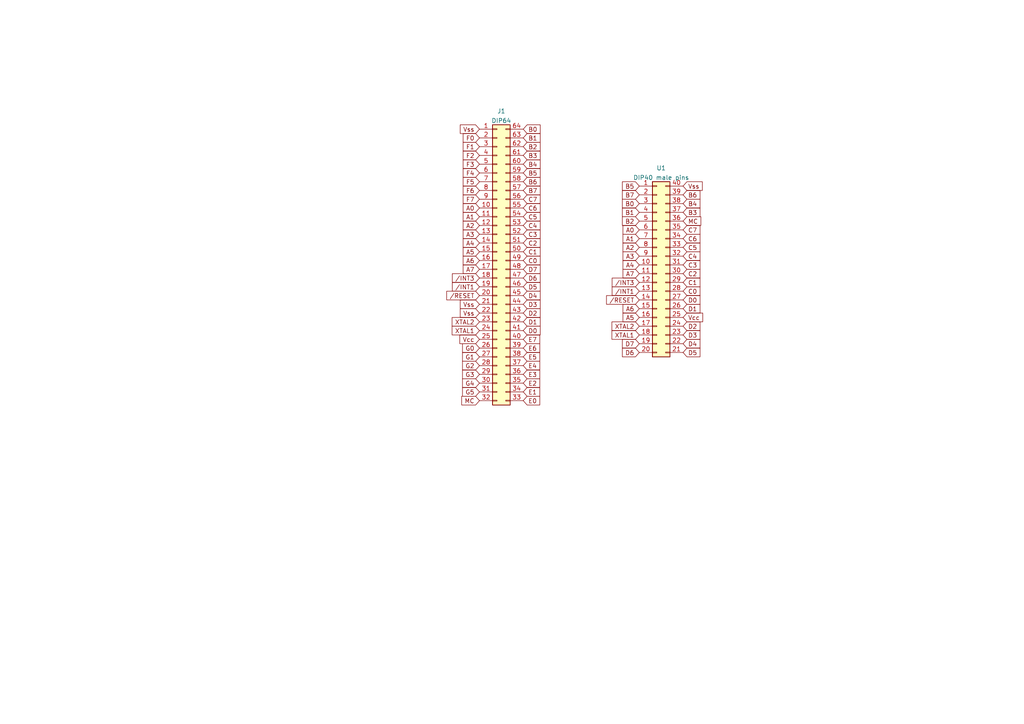
<source format=kicad_sch>
(kicad_sch (version 20211123) (generator eeschema)
  (paper "A4")
  (lib_symbols
    (symbol "Connector_Generic:Conn_02x20_Counter_Clockwise" (pin_names (offset 1.016) hide)
      (property "Reference" "J" (at 1.27 25.4 0))
      (property "Value" "Conn_02x20_Counter_Clockwise" (at 1.27 -27.94 0))
      (symbol "Conn_02x20_Counter_Clockwise_1_1"
        (rectangle (start -1.27 -25.273) (end 0 -25.527) (stroke (width 0.1524)))
        (rectangle (start -1.27 -22.733) (end 0 -22.987) (stroke (width 0.1524)))
        (rectangle (start -1.27 -20.193) (end 0 -20.447) (stroke (width 0.1524)))
        (rectangle (start -1.27 -17.653) (end 0 -17.907) (stroke (width 0.1524)))
        (rectangle (start -1.27 -15.113) (end 0 -15.367) (stroke (width 0.1524)))
        (rectangle (start -1.27 -12.573) (end 0 -12.827) (stroke (width 0.1524)))
        (rectangle (start -1.27 -10.033) (end 0 -10.287) (stroke (width 0.1524)))
        (rectangle (start -1.27 -7.493) (end 0 -7.747) (stroke (width 0.1524)))
        (rectangle (start -1.27 -4.953) (end 0 -5.207) (stroke (width 0.1524)))
        (rectangle (start -1.27 -2.413) (end 0 -2.667) (stroke (width 0.1524)))
        (rectangle (start -1.27 0.127) (end 0 -0.127) (stroke (width 0.1524)))
        (rectangle (start -1.27 2.667) (end 0 2.413) (stroke (width 0.1524)))
        (rectangle (start -1.27 5.207) (end 0 4.953) (stroke (width 0.1524)))
        (rectangle (start -1.27 7.747) (end 0 7.493) (stroke (width 0.1524)))
        (rectangle (start -1.27 10.287) (end 0 10.033) (stroke (width 0.1524)))
        (rectangle (start -1.27 12.827) (end 0 12.573) (stroke (width 0.1524)))
        (rectangle (start -1.27 15.367) (end 0 15.113) (stroke (width 0.1524)))
        (rectangle (start -1.27 17.907) (end 0 17.653) (stroke (width 0.1524)))
        (rectangle (start -1.27 20.447) (end 0 20.193) (stroke (width 0.1524)))
        (rectangle (start -1.27 22.987) (end 0 22.733) (stroke (width 0.1524)))
        (rectangle (start -1.27 24.13) (end 3.81 -26.67) (stroke (width 0.254)) (fill (type background)))
        (rectangle (start 3.81 -25.273) (end 2.54 -25.527) (stroke (width 0.1524)))
        (rectangle (start 3.81 -22.733) (end 2.54 -22.987) (stroke (width 0.1524)))
        (rectangle (start 3.81 -20.193) (end 2.54 -20.447) (stroke (width 0.1524)))
        (rectangle (start 3.81 -17.653) (end 2.54 -17.907) (stroke (width 0.1524)))
        (rectangle (start 3.81 -15.113) (end 2.54 -15.367) (stroke (width 0.1524)))
        (rectangle (start 3.81 -12.573) (end 2.54 -12.827) (stroke (width 0.1524)))
        (rectangle (start 3.81 -10.033) (end 2.54 -10.287) (stroke (width 0.1524)))
        (rectangle (start 3.81 -7.493) (end 2.54 -7.747) (stroke (width 0.1524)))
        (rectangle (start 3.81 -4.953) (end 2.54 -5.207) (stroke (width 0.1524)))
        (rectangle (start 3.81 -2.413) (end 2.54 -2.667) (stroke (width 0.1524)))
        (rectangle (start 3.81 0.127) (end 2.54 -0.127) (stroke (width 0.1524)))
        (rectangle (start 3.81 2.667) (end 2.54 2.413) (stroke (width 0.1524)))
        (rectangle (start 3.81 5.207) (end 2.54 4.953) (stroke (width 0.1524)))
        (rectangle (start 3.81 7.747) (end 2.54 7.493) (stroke (width 0.1524)))
        (rectangle (start 3.81 10.287) (end 2.54 10.033) (stroke (width 0.1524)))
        (rectangle (start 3.81 12.827) (end 2.54 12.573) (stroke (width 0.1524)))
        (rectangle (start 3.81 15.367) (end 2.54 15.113) (stroke (width 0.1524)))
        (rectangle (start 3.81 17.907) (end 2.54 17.653) (stroke (width 0.1524)))
        (rectangle (start 3.81 20.447) (end 2.54 20.193) (stroke (width 0.1524)))
        (rectangle (start 3.81 22.987) (end 2.54 22.733) (stroke (width 0.1524)))
        (pin passive line (at -5.08 22.86 0) (length 3.81) (name "Pin_1") (number "1"))
        (pin passive line (at -5.08 0 0) (length 3.81) (name "Pin_10") (number "10"))
        (pin passive line (at -5.08 -2.54 0) (length 3.81) (name "Pin_11") (number "11"))
        (pin passive line (at -5.08 -5.08 0) (length 3.81) (name "Pin_12") (number "12"))
        (pin passive line (at -5.08 -7.62 0) (length 3.81) (name "Pin_13") (number "13"))
        (pin passive line (at -5.08 -10.16 0) (length 3.81) (name "Pin_14") (number "14"))
        (pin passive line (at -5.08 -12.7 0) (length 3.81) (name "Pin_15") (number "15"))
        (pin passive line (at -5.08 -15.24 0) (length 3.81) (name "Pin_16") (number "16"))
        (pin passive line (at -5.08 -17.78 0) (length 3.81) (name "Pin_17") (number "17"))
        (pin passive line (at -5.08 -20.32 0) (length 3.81) (name "Pin_18") (number "18"))
        (pin passive line (at -5.08 -22.86 0) (length 3.81) (name "Pin_19") (number "19"))
        (pin passive line (at -5.08 20.32 0) (length 3.81) (name "Pin_2") (number "2"))
        (pin passive line (at -5.08 -25.4 0) (length 3.81) (name "Pin_20") (number "20"))
        (pin passive line (at 7.62 -25.4 180) (length 3.81) (name "Pin_21") (number "21"))
        (pin passive line (at 7.62 -22.86 180) (length 3.81) (name "Pin_22") (number "22"))
        (pin passive line (at 7.62 -20.32 180) (length 3.81) (name "Pin_23") (number "23"))
        (pin passive line (at 7.62 -17.78 180) (length 3.81) (name "Pin_24") (number "24"))
        (pin passive line (at 7.62 -15.24 180) (length 3.81) (name "Pin_25") (number "25"))
        (pin passive line (at 7.62 -12.7 180) (length 3.81) (name "Pin_26") (number "26"))
        (pin passive line (at 7.62 -10.16 180) (length 3.81) (name "Pin_27") (number "27"))
        (pin passive line (at 7.62 -7.62 180) (length 3.81) (name "Pin_28") (number "28"))
        (pin passive line (at 7.62 -5.08 180) (length 3.81) (name "Pin_29") (number "29"))
        (pin passive line (at -5.08 17.78 0) (length 3.81) (name "Pin_3") (number "3"))
        (pin passive line (at 7.62 -2.54 180) (length 3.81) (name "Pin_30") (number "30"))
        (pin passive line (at 7.62 0 180) (length 3.81) (name "Pin_31") (number "31"))
        (pin passive line (at 7.62 2.54 180) (length 3.81) (name "Pin_32") (number "32"))
        (pin passive line (at 7.62 5.08 180) (length 3.81) (name "Pin_33") (number "33"))
        (pin passive line (at 7.62 7.62 180) (length 3.81) (name "Pin_34") (number "34"))
        (pin passive line (at 7.62 10.16 180) (length 3.81) (name "Pin_35") (number "35"))
        (pin passive line (at 7.62 12.7 180) (length 3.81) (name "Pin_36") (number "36"))
        (pin passive line (at 7.62 15.24 180) (length 3.81) (name "Pin_37") (number "37"))
        (pin passive line (at 7.62 17.78 180) (length 3.81) (name "Pin_38") (number "38"))
        (pin passive line (at 7.62 20.32 180) (length 3.81) (name "Pin_39") (number "39"))
        (pin passive line (at -5.08 15.24 0) (length 3.81) (name "Pin_4") (number "4"))
        (pin passive line (at 7.62 22.86 180) (length 3.81) (name "Pin_40") (number "40"))
        (pin passive line (at -5.08 12.7 0) (length 3.81) (name "Pin_5") (number "5"))
        (pin passive line (at -5.08 10.16 0) (length 3.81) (name "Pin_6") (number "6"))
        (pin passive line (at -5.08 7.62 0) (length 3.81) (name "Pin_7") (number "7"))
        (pin passive line (at -5.08 5.08 0) (length 3.81) (name "Pin_8") (number "8"))
        (pin passive line (at -5.08 2.54 0) (length 3.81) (name "Pin_9") (number "9"))
      )
    )
    (symbol "Connector_Generic:Conn_02x32_Counter_Clockwise" (pin_names (offset 1.016) hide)
      (property "Reference" "J" (at 1.27 40.64 0))
      (property "Value" "Conn_02x32_Counter_Clockwise" (at 1.27 -43.18 0))
      (symbol "Conn_02x32_Counter_Clockwise_1_1"
        (rectangle (start -1.27 -40.513) (end 0 -40.767) (stroke (width 0.1524)))
        (rectangle (start -1.27 -37.973) (end 0 -38.227) (stroke (width 0.1524)))
        (rectangle (start -1.27 -35.433) (end 0 -35.687) (stroke (width 0.1524)))
        (rectangle (start -1.27 -32.893) (end 0 -33.147) (stroke (width 0.1524)))
        (rectangle (start -1.27 -30.353) (end 0 -30.607) (stroke (width 0.1524)))
        (rectangle (start -1.27 -27.813) (end 0 -28.067) (stroke (width 0.1524)))
        (rectangle (start -1.27 -25.273) (end 0 -25.527) (stroke (width 0.1524)))
        (rectangle (start -1.27 -22.733) (end 0 -22.987) (stroke (width 0.1524)))
        (rectangle (start -1.27 -20.193) (end 0 -20.447) (stroke (width 0.1524)))
        (rectangle (start -1.27 -17.653) (end 0 -17.907) (stroke (width 0.1524)))
        (rectangle (start -1.27 -15.113) (end 0 -15.367) (stroke (width 0.1524)))
        (rectangle (start -1.27 -12.573) (end 0 -12.827) (stroke (width 0.1524)))
        (rectangle (start -1.27 -10.033) (end 0 -10.287) (stroke (width 0.1524)))
        (rectangle (start -1.27 -7.493) (end 0 -7.747) (stroke (width 0.1524)))
        (rectangle (start -1.27 -4.953) (end 0 -5.207) (stroke (width 0.1524)))
        (rectangle (start -1.27 -2.413) (end 0 -2.667) (stroke (width 0.1524)))
        (rectangle (start -1.27 0.127) (end 0 -0.127) (stroke (width 0.1524)))
        (rectangle (start -1.27 2.667) (end 0 2.413) (stroke (width 0.1524)))
        (rectangle (start -1.27 5.207) (end 0 4.953) (stroke (width 0.1524)))
        (rectangle (start -1.27 7.747) (end 0 7.493) (stroke (width 0.1524)))
        (rectangle (start -1.27 10.287) (end 0 10.033) (stroke (width 0.1524)))
        (rectangle (start -1.27 12.827) (end 0 12.573) (stroke (width 0.1524)))
        (rectangle (start -1.27 15.367) (end 0 15.113) (stroke (width 0.1524)))
        (rectangle (start -1.27 17.907) (end 0 17.653) (stroke (width 0.1524)))
        (rectangle (start -1.27 20.447) (end 0 20.193) (stroke (width 0.1524)))
        (rectangle (start -1.27 22.987) (end 0 22.733) (stroke (width 0.1524)))
        (rectangle (start -1.27 25.527) (end 0 25.273) (stroke (width 0.1524)))
        (rectangle (start -1.27 28.067) (end 0 27.813) (stroke (width 0.1524)))
        (rectangle (start -1.27 30.607) (end 0 30.353) (stroke (width 0.1524)))
        (rectangle (start -1.27 33.147) (end 0 32.893) (stroke (width 0.1524)))
        (rectangle (start -1.27 35.687) (end 0 35.433) (stroke (width 0.1524)))
        (rectangle (start -1.27 38.227) (end 0 37.973) (stroke (width 0.1524)))
        (rectangle (start -1.27 39.37) (end 3.81 -41.91) (stroke (width 0.254)) (fill (type background)))
        (rectangle (start 3.81 -40.513) (end 2.54 -40.767) (stroke (width 0.1524)))
        (rectangle (start 3.81 -37.973) (end 2.54 -38.227) (stroke (width 0.1524)))
        (rectangle (start 3.81 -35.433) (end 2.54 -35.687) (stroke (width 0.1524)))
        (rectangle (start 3.81 -32.893) (end 2.54 -33.147) (stroke (width 0.1524)))
        (rectangle (start 3.81 -30.353) (end 2.54 -30.607) (stroke (width 0.1524)))
        (rectangle (start 3.81 -27.813) (end 2.54 -28.067) (stroke (width 0.1524)))
        (rectangle (start 3.81 -25.273) (end 2.54 -25.527) (stroke (width 0.1524)))
        (rectangle (start 3.81 -22.733) (end 2.54 -22.987) (stroke (width 0.1524)))
        (rectangle (start 3.81 -20.193) (end 2.54 -20.447) (stroke (width 0.1524)))
        (rectangle (start 3.81 -17.653) (end 2.54 -17.907) (stroke (width 0.1524)))
        (rectangle (start 3.81 -15.113) (end 2.54 -15.367) (stroke (width 0.1524)))
        (rectangle (start 3.81 -12.573) (end 2.54 -12.827) (stroke (width 0.1524)))
        (rectangle (start 3.81 -10.033) (end 2.54 -10.287) (stroke (width 0.1524)))
        (rectangle (start 3.81 -7.493) (end 2.54 -7.747) (stroke (width 0.1524)))
        (rectangle (start 3.81 -4.953) (end 2.54 -5.207) (stroke (width 0.1524)))
        (rectangle (start 3.81 -2.413) (end 2.54 -2.667) (stroke (width 0.1524)))
        (rectangle (start 3.81 0.127) (end 2.54 -0.127) (stroke (width 0.1524)))
        (rectangle (start 3.81 2.667) (end 2.54 2.413) (stroke (width 0.1524)))
        (rectangle (start 3.81 5.207) (end 2.54 4.953) (stroke (width 0.1524)))
        (rectangle (start 3.81 7.747) (end 2.54 7.493) (stroke (width 0.1524)))
        (rectangle (start 3.81 10.287) (end 2.54 10.033) (stroke (width 0.1524)))
        (rectangle (start 3.81 12.827) (end 2.54 12.573) (stroke (width 0.1524)))
        (rectangle (start 3.81 15.367) (end 2.54 15.113) (stroke (width 0.1524)))
        (rectangle (start 3.81 17.907) (end 2.54 17.653) (stroke (width 0.1524)))
        (rectangle (start 3.81 20.447) (end 2.54 20.193) (stroke (width 0.1524)))
        (rectangle (start 3.81 22.987) (end 2.54 22.733) (stroke (width 0.1524)))
        (rectangle (start 3.81 25.527) (end 2.54 25.273) (stroke (width 0.1524)))
        (rectangle (start 3.81 28.067) (end 2.54 27.813) (stroke (width 0.1524)))
        (rectangle (start 3.81 30.607) (end 2.54 30.353) (stroke (width 0.1524)))
        (rectangle (start 3.81 33.147) (end 2.54 32.893) (stroke (width 0.1524)))
        (rectangle (start 3.81 35.687) (end 2.54 35.433) (stroke (width 0.1524)))
        (rectangle (start 3.81 38.227) (end 2.54 37.973) (stroke (width 0.1524)))
        (pin passive line (at -5.08 38.1 0) (length 3.81) (name "Pin_1") (number "1"))
        (pin passive line (at -5.08 15.24 0) (length 3.81) (name "Pin_10") (number "10"))
        (pin passive line (at -5.08 12.7 0) (length 3.81) (name "Pin_11") (number "11"))
        (pin passive line (at -5.08 10.16 0) (length 3.81) (name "Pin_12") (number "12"))
        (pin passive line (at -5.08 7.62 0) (length 3.81) (name "Pin_13") (number "13"))
        (pin passive line (at -5.08 5.08 0) (length 3.81) (name "Pin_14") (number "14"))
        (pin passive line (at -5.08 2.54 0) (length 3.81) (name "Pin_15") (number "15"))
        (pin passive line (at -5.08 0 0) (length 3.81) (name "Pin_16") (number "16"))
        (pin passive line (at -5.08 -2.54 0) (length 3.81) (name "Pin_17") (number "17"))
        (pin passive line (at -5.08 -5.08 0) (length 3.81) (name "Pin_18") (number "18"))
        (pin passive line (at -5.08 -7.62 0) (length 3.81) (name "Pin_19") (number "19"))
        (pin passive line (at -5.08 35.56 0) (length 3.81) (name "Pin_2") (number "2"))
        (pin passive line (at -5.08 -10.16 0) (length 3.81) (name "Pin_20") (number "20"))
        (pin passive line (at -5.08 -12.7 0) (length 3.81) (name "Pin_21") (number "21"))
        (pin passive line (at -5.08 -15.24 0) (length 3.81) (name "Pin_22") (number "22"))
        (pin passive line (at -5.08 -17.78 0) (length 3.81) (name "Pin_23") (number "23"))
        (pin passive line (at -5.08 -20.32 0) (length 3.81) (name "Pin_24") (number "24"))
        (pin passive line (at -5.08 -22.86 0) (length 3.81) (name "Pin_25") (number "25"))
        (pin passive line (at -5.08 -25.4 0) (length 3.81) (name "Pin_26") (number "26"))
        (pin passive line (at -5.08 -27.94 0) (length 3.81) (name "Pin_27") (number "27"))
        (pin passive line (at -5.08 -30.48 0) (length 3.81) (name "Pin_28") (number "28"))
        (pin passive line (at -5.08 -33.02 0) (length 3.81) (name "Pin_29") (number "29"))
        (pin passive line (at -5.08 33.02 0) (length 3.81) (name "Pin_3") (number "3"))
        (pin passive line (at -5.08 -35.56 0) (length 3.81) (name "Pin_30") (number "30"))
        (pin passive line (at -5.08 -38.1 0) (length 3.81) (name "Pin_31") (number "31"))
        (pin passive line (at -5.08 -40.64 0) (length 3.81) (name "Pin_32") (number "32"))
        (pin passive line (at 7.62 -40.64 180) (length 3.81) (name "Pin_33") (number "33"))
        (pin passive line (at 7.62 -38.1 180) (length 3.81) (name "Pin_34") (number "34"))
        (pin passive line (at 7.62 -35.56 180) (length 3.81) (name "Pin_35") (number "35"))
        (pin passive line (at 7.62 -33.02 180) (length 3.81) (name "Pin_36") (number "36"))
        (pin passive line (at 7.62 -30.48 180) (length 3.81) (name "Pin_37") (number "37"))
        (pin passive line (at 7.62 -27.94 180) (length 3.81) (name "Pin_38") (number "38"))
        (pin passive line (at 7.62 -25.4 180) (length 3.81) (name "Pin_39") (number "39"))
        (pin passive line (at -5.08 30.48 0) (length 3.81) (name "Pin_4") (number "4"))
        (pin passive line (at 7.62 -22.86 180) (length 3.81) (name "Pin_40") (number "40"))
        (pin passive line (at 7.62 -20.32 180) (length 3.81) (name "Pin_41") (number "41"))
        (pin passive line (at 7.62 -17.78 180) (length 3.81) (name "Pin_42") (number "42"))
        (pin passive line (at 7.62 -15.24 180) (length 3.81) (name "Pin_43") (number "43"))
        (pin passive line (at 7.62 -12.7 180) (length 3.81) (name "Pin_44") (number "44"))
        (pin passive line (at 7.62 -10.16 180) (length 3.81) (name "Pin_45") (number "45"))
        (pin passive line (at 7.62 -7.62 180) (length 3.81) (name "Pin_46") (number "46"))
        (pin passive line (at 7.62 -5.08 180) (length 3.81) (name "Pin_47") (number "47"))
        (pin passive line (at 7.62 -2.54 180) (length 3.81) (name "Pin_48") (number "48"))
        (pin passive line (at 7.62 0 180) (length 3.81) (name "Pin_49") (number "49"))
        (pin passive line (at -5.08 27.94 0) (length 3.81) (name "Pin_5") (number "5"))
        (pin passive line (at 7.62 2.54 180) (length 3.81) (name "Pin_50") (number "50"))
        (pin passive line (at 7.62 5.08 180) (length 3.81) (name "Pin_51") (number "51"))
        (pin passive line (at 7.62 7.62 180) (length 3.81) (name "Pin_52") (number "52"))
        (pin passive line (at 7.62 10.16 180) (length 3.81) (name "Pin_53") (number "53"))
        (pin passive line (at 7.62 12.7 180) (length 3.81) (name "Pin_54") (number "54"))
        (pin passive line (at 7.62 15.24 180) (length 3.81) (name "Pin_55") (number "55"))
        (pin passive line (at 7.62 17.78 180) (length 3.81) (name "Pin_56") (number "56"))
        (pin passive line (at 7.62 20.32 180) (length 3.81) (name "Pin_57") (number "57"))
        (pin passive line (at 7.62 22.86 180) (length 3.81) (name "Pin_58") (number "58"))
        (pin passive line (at 7.62 25.4 180) (length 3.81) (name "Pin_59") (number "59"))
        (pin passive line (at -5.08 25.4 0) (length 3.81) (name "Pin_6") (number "6"))
        (pin passive line (at 7.62 27.94 180) (length 3.81) (name "Pin_60") (number "60"))
        (pin passive line (at 7.62 30.48 180) (length 3.81) (name "Pin_61") (number "61"))
        (pin passive line (at 7.62 33.02 180) (length 3.81) (name "Pin_62") (number "62"))
        (pin passive line (at 7.62 35.56 180) (length 3.81) (name "Pin_63") (number "63"))
        (pin passive line (at 7.62 38.1 180) (length 3.81) (name "Pin_64") (number "64"))
        (pin passive line (at -5.08 22.86 0) (length 3.81) (name "Pin_7") (number "7"))
        (pin passive line (at -5.08 20.32 0) (length 3.81) (name "Pin_8") (number "8"))
        (pin passive line (at -5.08 17.78 0) (length 3.81) (name "Pin_9") (number "9"))
      )
    )
  )
  (global_label "C3" (shape input) (at 151.765 67.945 0) (property "Intersheet References" "${INTERSHEET_REFS}" (effects hide)))
  (global_label "D3" (shape input) (at 198.12 97.155 0) (property "Intersheet References" "${INTERSHEET_REFS}" (effects hide)))
  (global_label "MC" (shape input) (at 139.065 116.205 180) (property "Intersheet References" "${INTERSHEET_REFS}" (effects hide)))
  (global_label "MC" (shape input) (at 198.12 64.135 0) (property "Intersheet References" "${INTERSHEET_REFS}" (effects hide)))
  (global_label "F4" (shape input) (at 139.065 50.165 180) (property "Intersheet References" "${INTERSHEET_REFS}" (effects hide)))
  (global_label "A6" (shape input) (at 185.42 89.535 180) (property "Intersheet References" "${INTERSHEET_REFS}" (effects hide)))
  (global_label "B5" (shape input) (at 185.42 53.975 180) (property "Intersheet References" "${INTERSHEET_REFS}" (effects hide)))
  (global_label "G2" (shape input) (at 139.065 106.045 180) (property "Intersheet References" "${INTERSHEET_REFS}" (effects hide)))
  (global_label "F0" (shape input) (at 139.065 40.005 180) (property "Intersheet References" "${INTERSHEET_REFS}" (effects hide)))
  (global_label "C5" (shape input) (at 151.765 62.865 0) (property "Intersheet References" "${INTERSHEET_REFS}" (effects hide)))
  (global_label "{slash}INT1" (shape input) (at 185.42 84.455 180) (property "Intersheet References" "${INTERSHEET_REFS}" (effects hide)))
  (global_label "D2" (shape input) (at 198.12 94.615 0) (property "Intersheet References" "${INTERSHEET_REFS}" (effects hide)))
  (global_label "E4" (shape input) (at 151.765 106.045 0) (property "Intersheet References" "${INTERSHEET_REFS}" (effects hide)))
  (global_label "Vss" (shape input) (at 139.065 88.265 180) (property "Intersheet References" "${INTERSHEET_REFS}" (effects hide)))
  (global_label "D1" (shape input) (at 151.765 93.345 0) (property "Intersheet References" "${INTERSHEET_REFS}" (effects hide)))
  (global_label "D3" (shape input) (at 151.765 88.265 0) (property "Intersheet References" "${INTERSHEET_REFS}" (effects hide)))
  (global_label "C2" (shape input) (at 151.765 70.485 0) (property "Intersheet References" "${INTERSHEET_REFS}" (effects hide)))
  (global_label "{slash}RESET" (shape input) (at 139.065 85.725 180) (property "Intersheet References" "${INTERSHEET_REFS}" (effects hide)))
  (global_label "F7" (shape input) (at 139.065 57.785 180) (property "Intersheet References" "${INTERSHEET_REFS}" (effects hide)))
  (global_label "{slash}INT3" (shape input) (at 185.42 81.915 180) (property "Intersheet References" "${INTERSHEET_REFS}" (effects hide)))
  (global_label "G5" (shape input) (at 139.065 113.665 180) (property "Intersheet References" "${INTERSHEET_REFS}" (effects hide)))
  (global_label "XTAL2" (shape input) (at 185.42 94.615 180) (property "Intersheet References" "${INTERSHEET_REFS}" (effects hide)))
  (global_label "E5" (shape input) (at 151.765 103.505 0) (property "Intersheet References" "${INTERSHEET_REFS}" (effects hide)))
  (global_label "Vss" (shape input) (at 139.065 90.805 180) (property "Intersheet References" "${INTERSHEET_REFS}" (effects hide)))
  (global_label "F1" (shape input) (at 139.065 42.545 180) (property "Intersheet References" "${INTERSHEET_REFS}" (effects hide)))
  (global_label "B4" (shape input) (at 151.765 47.625 0) (property "Intersheet References" "${INTERSHEET_REFS}" (effects hide)))
  (global_label "C7" (shape input) (at 151.765 57.785 0) (property "Intersheet References" "${INTERSHEET_REFS}" (effects hide)))
  (global_label "XTAL1" (shape input) (at 185.42 97.155 180) (property "Intersheet References" "${INTERSHEET_REFS}" (effects hide)))
  (global_label "B5" (shape input) (at 151.765 50.165 0) (property "Intersheet References" "${INTERSHEET_REFS}" (effects hide)))
  (global_label "A0" (shape input) (at 185.42 66.675 180) (property "Intersheet References" "${INTERSHEET_REFS}" (effects hide)))
  (global_label "C1" (shape input) (at 198.12 81.915 0) (property "Intersheet References" "${INTERSHEET_REFS}" (effects hide)))
  (global_label "XTAL2" (shape input) (at 139.065 93.345 180) (property "Intersheet References" "${INTERSHEET_REFS}" (effects hide)))
  (global_label "C2" (shape input) (at 198.12 79.375 0) (property "Intersheet References" "${INTERSHEET_REFS}" (effects hide)))
  (global_label "B7" (shape input) (at 185.42 56.515 180) (property "Intersheet References" "${INTERSHEET_REFS}" (effects hide)))
  (global_label "F5" (shape input) (at 139.065 52.705 180) (property "Intersheet References" "${INTERSHEET_REFS}" (effects hide)))
  (global_label "D0" (shape input) (at 151.765 95.885 0) (property "Intersheet References" "${INTERSHEET_REFS}" (effects hide)))
  (global_label "B1" (shape input) (at 151.765 40.005 0) (property "Intersheet References" "${INTERSHEET_REFS}" (effects hide)))
  (global_label "Vss" (shape input) (at 198.12 53.975 0) (property "Intersheet References" "${INTERSHEET_REFS}" (effects hide)))
  (global_label "A4" (shape input) (at 139.065 70.485 180) (property "Intersheet References" "${INTERSHEET_REFS}" (effects hide)))
  (global_label "B2" (shape input) (at 151.765 42.545 0) (property "Intersheet References" "${INTERSHEET_REFS}" (effects hide)))
  (global_label "C1" (shape input) (at 151.765 73.025 0) (property "Intersheet References" "${INTERSHEET_REFS}" (effects hide)))
  (global_label "G3" (shape input) (at 139.065 108.585 180) (property "Intersheet References" "${INTERSHEET_REFS}" (effects hide)))
  (global_label "{slash}INT3" (shape input) (at 139.065 80.645 180) (property "Intersheet References" "${INTERSHEET_REFS}" (effects hide)))
  (global_label "D2" (shape input) (at 151.765 90.805 0) (property "Intersheet References" "${INTERSHEET_REFS}" (effects hide)))
  (global_label "D7" (shape input) (at 151.765 78.105 0) (property "Intersheet References" "${INTERSHEET_REFS}" (effects hide)))
  (global_label "D5" (shape input) (at 198.12 102.235 0) (property "Intersheet References" "${INTERSHEET_REFS}" (effects hide)))
  (global_label "D4" (shape input) (at 198.12 99.695 0) (property "Intersheet References" "${INTERSHEET_REFS}" (effects hide)))
  (global_label "C0" (shape input) (at 198.12 84.455 0) (property "Intersheet References" "${INTERSHEET_REFS}" (effects hide)))
  (global_label "B0" (shape input) (at 185.42 59.055 180) (property "Intersheet References" "${INTERSHEET_REFS}" (effects hide)))
  (global_label "A3" (shape input) (at 139.065 67.945 180) (property "Intersheet References" "${INTERSHEET_REFS}" (effects hide)))
  (global_label "D7" (shape input) (at 185.42 99.695 180) (property "Intersheet References" "${INTERSHEET_REFS}" (effects hide)))
  (global_label "C3" (shape input) (at 198.12 76.835 0) (property "Intersheet References" "${INTERSHEET_REFS}" (effects hide)))
  (global_label "Vcc" (shape input) (at 139.065 98.425 180) (property "Intersheet References" "${INTERSHEET_REFS}" (effects hide)))
  (global_label "{slash}INT1" (shape input) (at 139.065 83.185 180) (property "Intersheet References" "${INTERSHEET_REFS}" (effects hide)))
  (global_label "F6" (shape input) (at 139.065 55.245 180) (property "Intersheet References" "${INTERSHEET_REFS}" (effects hide)))
  (global_label "D6" (shape input) (at 185.42 102.235 180) (property "Intersheet References" "${INTERSHEET_REFS}" (effects hide)))
  (global_label "A1" (shape input) (at 185.42 69.215 180) (property "Intersheet References" "${INTERSHEET_REFS}" (effects hide)))
  (global_label "F3" (shape input) (at 139.065 47.625 180) (property "Intersheet References" "${INTERSHEET_REFS}" (effects hide)))
  (global_label "D5" (shape input) (at 151.765 83.185 0) (property "Intersheet References" "${INTERSHEET_REFS}" (effects hide)))
  (global_label "G1" (shape input) (at 139.065 103.505 180) (property "Intersheet References" "${INTERSHEET_REFS}" (effects hide)))
  (global_label "B3" (shape input) (at 151.765 45.085 0) (property "Intersheet References" "${INTERSHEET_REFS}" (effects hide)))
  (global_label "A2" (shape input) (at 185.42 71.755 180) (property "Intersheet References" "${INTERSHEET_REFS}" (effects hide)))
  (global_label "D4" (shape input) (at 151.765 85.725 0) (property "Intersheet References" "${INTERSHEET_REFS}" (effects hide)))
  (global_label "A2" (shape input) (at 139.065 65.405 180) (property "Intersheet References" "${INTERSHEET_REFS}" (effects hide)))
  (global_label "B2" (shape input) (at 185.42 64.135 180) (property "Intersheet References" "${INTERSHEET_REFS}" (effects hide)))
  (global_label "C6" (shape input) (at 198.12 69.215 0) (property "Intersheet References" "${INTERSHEET_REFS}" (effects hide)))
  (global_label "D1" (shape input) (at 198.12 89.535 0) (property "Intersheet References" "${INTERSHEET_REFS}" (effects hide)))
  (global_label "A4" (shape input) (at 185.42 76.835 180) (property "Intersheet References" "${INTERSHEET_REFS}" (effects hide)))
  (global_label "A0" (shape input) (at 139.065 60.325 180) (property "Intersheet References" "${INTERSHEET_REFS}" (effects hide)))
  (global_label "A6" (shape input) (at 139.065 75.565 180) (property "Intersheet References" "${INTERSHEET_REFS}" (effects hide)))
  (global_label "XTAL1" (shape input) (at 139.065 95.885 180) (property "Intersheet References" "${INTERSHEET_REFS}" (effects hide)))
  (global_label "A1" (shape input) (at 139.065 62.865 180) (property "Intersheet References" "${INTERSHEET_REFS}" (effects hide)))
  (global_label "E3" (shape input) (at 151.765 108.585 0) (property "Intersheet References" "${INTERSHEET_REFS}" (effects hide)))
  (global_label "A7" (shape input) (at 139.065 78.105 180) (property "Intersheet References" "${INTERSHEET_REFS}" (effects hide)))
  (global_label "C0" (shape input) (at 151.765 75.565 0) (property "Intersheet References" "${INTERSHEET_REFS}" (effects hide)))
  (global_label "E0" (shape input) (at 151.765 116.205 0) (property "Intersheet References" "${INTERSHEET_REFS}" (effects hide)))
  (global_label "A3" (shape input) (at 185.42 74.295 180) (property "Intersheet References" "${INTERSHEET_REFS}" (effects hide)))
  (global_label "E2" (shape input) (at 151.765 111.125 0) (property "Intersheet References" "${INTERSHEET_REFS}" (effects hide)))
  (global_label "A5" (shape input) (at 185.42 92.075 180) (property "Intersheet References" "${INTERSHEET_REFS}" (effects hide)))
  (global_label "Vcc" (shape input) (at 198.12 92.075 0) (property "Intersheet References" "${INTERSHEET_REFS}" (effects hide)))
  (global_label "D6" (shape input) (at 151.765 80.645 0) (property "Intersheet References" "${INTERSHEET_REFS}" (effects hide)))
  (global_label "Vss" (shape input) (at 139.065 37.465 180) (property "Intersheet References" "${INTERSHEET_REFS}" (effects hide)))
  (global_label "B3" (shape input) (at 198.12 61.595 0) (property "Intersheet References" "${INTERSHEET_REFS}" (effects hide)))
  (global_label "C4" (shape input) (at 198.12 74.295 0) (property "Intersheet References" "${INTERSHEET_REFS}" (effects hide)))
  (global_label "C5" (shape input) (at 198.12 71.755 0) (property "Intersheet References" "${INTERSHEET_REFS}" (effects hide)))
  (global_label "B6" (shape input) (at 198.12 56.515 0) (property "Intersheet References" "${INTERSHEET_REFS}" (effects hide)))
  (global_label "B7" (shape input) (at 151.765 55.245 0) (property "Intersheet References" "${INTERSHEET_REFS}" (effects hide)))
  (global_label "B6" (shape input) (at 151.765 52.705 0) (property "Intersheet References" "${INTERSHEET_REFS}" (effects hide)))
  (global_label "E1" (shape input) (at 151.765 113.665 0) (property "Intersheet References" "${INTERSHEET_REFS}" (effects hide)))
  (global_label "{slash}RESET" (shape input) (at 185.42 86.995 180) (property "Intersheet References" "${INTERSHEET_REFS}" (effects hide)))
  (global_label "G4" (shape input) (at 139.065 111.125 180) (property "Intersheet References" "${INTERSHEET_REFS}" (effects hide)))
  (global_label "F2" (shape input) (at 139.065 45.085 180) (property "Intersheet References" "${INTERSHEET_REFS}" (effects hide)))
  (global_label "G0" (shape input) (at 139.065 100.965 180) (property "Intersheet References" "${INTERSHEET_REFS}" (effects hide)))
  (global_label "A7" (shape input) (at 185.42 79.375 180) (property "Intersheet References" "${INTERSHEET_REFS}" (effects hide)))
  (global_label "E7" (shape input) (at 151.765 98.425 0) (property "Intersheet References" "${INTERSHEET_REFS}" (effects hide)))
  (global_label "B4" (shape input) (at 198.12 59.055 0) (property "Intersheet References" "${INTERSHEET_REFS}" (effects hide)))
  (global_label "D0" (shape input) (at 198.12 86.995 0) (property "Intersheet References" "${INTERSHEET_REFS}" (effects hide)))
  (global_label "B0" (shape input) (at 151.765 37.465 0) (property "Intersheet References" "${INTERSHEET_REFS}" (effects hide)))
  (global_label "C4" (shape input) (at 151.765 65.405 0) (property "Intersheet References" "${INTERSHEET_REFS}" (effects hide)))
  (global_label "E6" (shape input) (at 151.765 100.965 0) (property "Intersheet References" "${INTERSHEET_REFS}" (effects hide)))
  (global_label "B1" (shape input) (at 185.42 61.595 180) (property "Intersheet References" "${INTERSHEET_REFS}" (effects hide)))
  (global_label "C7" (shape input) (at 198.12 66.675 0) (property "Intersheet References" "${INTERSHEET_REFS}" (effects hide)))
  (global_label "C6" (shape input) (at 151.765 60.325 0) (property "Intersheet References" "${INTERSHEET_REFS}" (effects hide)))
  (global_label "A5" (shape input) (at 139.065 73.025 180) (property "Intersheet References" "${INTERSHEET_REFS}" (effects hide)))
  (symbol (lib_id "Connector_Generic:Conn_02x32_Counter_Clockwise") (at 144.145 75.565 0) (unit 1)
    (property "Reference" "J1" (at 145.415 32.2285 0))
    (property "Value" "DIP64" (at 145.415 35.0036 0))
    (property "Footprint" "Package_DIP:DIP-64_W22.86mm" (effects hide))
  )
  (symbol (lib_id "Connector_Generic:Conn_02x20_Counter_Clockwise") (at 190.5 76.835 0) (unit 1)
    (property "Reference" "U1" (at 191.77 48.7385 0))
    (property "Value" "DIP40 male pins" (at 191.77 51.5136 0))
    (property "Footprint" "Package_DIP:DIP-40_W15.24mm" (effects hide))
  )
)
</source>
